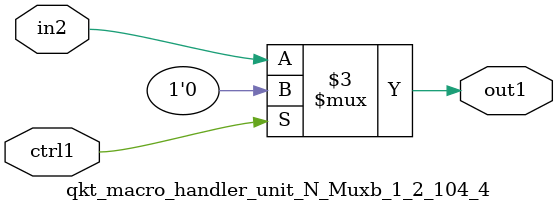
<source format=v>

`timescale 1ps / 1ps


module qkt_macro_handler_unit_N_Muxb_1_2_104_4( in2, ctrl1, out1 );

    input in2;
    input ctrl1;
    output out1;
    reg out1;

    
    // rtl_process:qkt_macro_handler_unit_N_Muxb_1_2_104_4/qkt_macro_handler_unit_N_Muxb_1_2_104_4_thread_1
    always @*
      begin : qkt_macro_handler_unit_N_Muxb_1_2_104_4_thread_1
        case (ctrl1) 
          1'b1: 
            begin
              out1 = 1'b0;
            end
          default: 
            begin
              out1 = in2;
            end
        endcase
      end

endmodule



</source>
